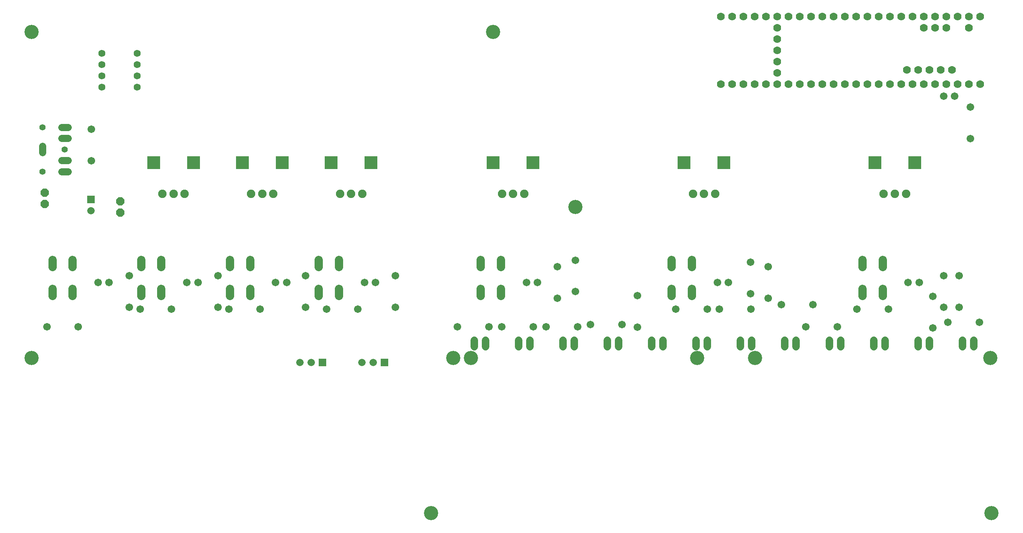
<source format=gbr>
G04 EAGLE Gerber RS-274X export*
G75*
%MOMM*%
%FSLAX34Y34*%
%LPD*%
%INSoldermask Top*%
%IPPOS*%
%AMOC8*
5,1,8,0,0,1.08239X$1,22.5*%
G01*
G04 Define Apertures*
%ADD10P,1.95198X8X112.5*%
%ADD11R,1.662800X1.662800*%
%ADD12C,1.662800*%
%ADD13C,1.612800*%
%ADD14C,1.403200*%
%ADD15C,1.662800*%
%ADD16C,1.712800*%
%ADD17C,1.912800*%
%ADD18R,3.003200X3.003200*%
%ADD19C,1.828800*%
%ADD20C,1.778000*%
%ADD21C,1.592800*%
%ADD22C,3.203200*%
D10*
X280000Y747300D03*
X280000Y772700D03*
X450000Y727300D03*
X450000Y752700D03*
D11*
X384300Y756900D03*
D12*
X384300Y731500D03*
D13*
X275000Y862952D02*
X275000Y877048D01*
X317952Y820000D02*
X332048Y820000D01*
X332048Y845000D02*
X317952Y845000D01*
X317952Y895000D02*
X332048Y895000D01*
X332048Y920000D02*
X317952Y920000D01*
D14*
X275000Y920000D03*
X325000Y870000D03*
X275000Y820000D03*
D15*
X1247300Y439596D02*
X1247300Y425000D01*
X1272700Y425000D02*
X1272700Y439596D01*
X2147300Y439596D02*
X2147300Y425000D01*
X2172700Y425000D02*
X2172700Y439596D01*
X2247300Y439596D02*
X2247300Y425000D01*
X2272700Y425000D02*
X2272700Y439596D01*
X2347300Y439596D02*
X2347300Y425000D01*
X2372700Y425000D02*
X2372700Y439596D01*
X1347300Y439596D02*
X1347300Y425000D01*
X1372700Y425000D02*
X1372700Y439596D01*
X1447300Y439596D02*
X1447300Y425000D01*
X1472700Y425000D02*
X1472700Y439596D01*
X1547300Y439596D02*
X1547300Y425000D01*
X1572700Y425000D02*
X1572700Y439596D01*
X1647300Y439596D02*
X1647300Y425000D01*
X1672700Y425000D02*
X1672700Y439596D01*
X1747300Y439596D02*
X1747300Y425000D01*
X1772700Y425000D02*
X1772700Y439596D01*
X1847300Y439596D02*
X1847300Y425000D01*
X1872700Y425000D02*
X1872700Y439596D01*
X1947300Y439596D02*
X1947300Y425000D01*
X1972700Y425000D02*
X1972700Y439596D01*
X2047300Y439596D02*
X2047300Y425000D01*
X2072700Y425000D02*
X2072700Y439596D01*
D16*
X284600Y470000D03*
X355400Y470000D03*
X1475000Y549600D03*
X1475000Y620400D03*
X1910000Y534600D03*
X1910000Y605400D03*
X2340000Y514600D03*
X2340000Y585400D03*
D12*
X854550Y390000D03*
X879950Y390000D03*
D11*
X905450Y390000D03*
D12*
X994550Y390000D03*
X1019950Y390000D03*
D11*
X1045450Y390000D03*
D16*
X1209600Y470000D03*
X1280400Y470000D03*
X1309600Y470000D03*
X1380400Y470000D03*
X1409600Y470000D03*
X1480400Y470000D03*
X1509600Y475000D03*
X1580400Y475000D03*
X1615000Y540400D03*
X1615000Y469600D03*
X494600Y510000D03*
X565400Y510000D03*
X1701672Y510000D03*
X1772472Y510000D03*
X1799600Y510000D03*
X1870400Y510000D03*
X1939600Y520000D03*
X2010400Y520000D03*
X1994600Y470000D03*
X2065400Y470000D03*
X2109600Y510000D03*
X2180400Y510000D03*
X2280600Y538774D03*
X2280600Y467974D03*
X2314600Y480000D03*
X2385400Y480000D03*
X694600Y510000D03*
X765400Y510000D03*
X385000Y915400D03*
X385000Y844600D03*
D17*
X545000Y770000D03*
X570000Y770000D03*
X595000Y770000D03*
D18*
X615000Y840000D03*
X525000Y840000D03*
D16*
X914600Y510000D03*
X985400Y510000D03*
D17*
X745000Y770000D03*
X770000Y770000D03*
X795000Y770000D03*
D18*
X815000Y840000D03*
X725000Y840000D03*
D17*
X945000Y770000D03*
X970000Y770000D03*
X995000Y770000D03*
D18*
X1015000Y840000D03*
X925000Y840000D03*
D17*
X1310000Y770000D03*
X1335000Y770000D03*
X1360000Y770000D03*
D18*
X1380000Y840000D03*
X1290000Y840000D03*
D17*
X1740000Y770000D03*
X1765000Y770000D03*
X1790000Y770000D03*
D18*
X1810000Y840000D03*
X1720000Y840000D03*
D17*
X2170000Y770000D03*
X2195000Y770000D03*
X2220000Y770000D03*
D18*
X2240000Y840000D03*
X2150000Y840000D03*
D19*
X297394Y555616D02*
X297394Y539360D01*
X342606Y539360D02*
X342606Y555616D01*
X297394Y604384D02*
X297394Y620640D01*
X342606Y620640D02*
X342606Y604384D01*
X497394Y555616D02*
X497394Y539360D01*
X542606Y539360D02*
X542606Y555616D01*
X497394Y604384D02*
X497394Y620640D01*
X542606Y620640D02*
X542606Y604384D01*
X697394Y555616D02*
X697394Y539360D01*
X742606Y539360D02*
X742606Y555616D01*
X697394Y604384D02*
X697394Y620640D01*
X742606Y620640D02*
X742606Y604384D01*
X897394Y555616D02*
X897394Y539360D01*
X942606Y539360D02*
X942606Y555616D01*
X897394Y604384D02*
X897394Y620640D01*
X942606Y620640D02*
X942606Y604384D01*
X1262394Y555616D02*
X1262394Y539360D01*
X1307606Y539360D02*
X1307606Y555616D01*
X1262394Y604384D02*
X1262394Y620640D01*
X1307606Y620640D02*
X1307606Y604384D01*
X1692394Y555616D02*
X1692394Y539360D01*
X1737606Y539360D02*
X1737606Y555616D01*
X1692394Y604384D02*
X1692394Y620640D01*
X1737606Y620640D02*
X1737606Y604384D01*
X2122394Y555616D02*
X2122394Y539360D01*
X2167606Y539360D02*
X2167606Y555616D01*
X2122394Y604384D02*
X2122394Y620640D01*
X2167606Y620640D02*
X2167606Y604384D01*
D20*
X2336274Y1017222D03*
X2310874Y1017222D03*
X2285474Y1017222D03*
X2260074Y1017222D03*
X2234674Y1017222D03*
X2209274Y1017222D03*
X2183874Y1017222D03*
X2158474Y1017222D03*
X2133074Y1017222D03*
X2107674Y1017222D03*
X2082274Y1017222D03*
X2056874Y1017222D03*
X2056874Y1169622D03*
X2082274Y1169622D03*
X2107674Y1169622D03*
X2133074Y1169622D03*
X2158474Y1169622D03*
X2183874Y1169622D03*
X2209274Y1169622D03*
X2234674Y1169622D03*
X2260074Y1169622D03*
X2285474Y1169622D03*
X2310874Y1169622D03*
X2361674Y1017222D03*
X2336274Y1169622D03*
X2361674Y1169622D03*
X2387074Y1017222D03*
X2387074Y1169622D03*
X2031474Y1017222D03*
X2031474Y1169622D03*
X2006074Y1017222D03*
X1980674Y1017222D03*
X1955274Y1017222D03*
X1929874Y1017222D03*
X1904474Y1017222D03*
X1879074Y1017222D03*
X1853674Y1017222D03*
X1828274Y1017222D03*
X1802874Y1017222D03*
X1802874Y1169622D03*
X1828274Y1169622D03*
X1853674Y1169622D03*
X1879074Y1169622D03*
X1904474Y1169622D03*
X1929874Y1169622D03*
X1955274Y1169622D03*
X1980674Y1169622D03*
X2006074Y1169622D03*
X1929874Y1042622D03*
X1929874Y1093422D03*
X1929874Y1118822D03*
X1929874Y1068022D03*
X1929874Y1144222D03*
X2361674Y1144222D03*
X2310874Y1144222D03*
X2285474Y1144222D03*
X2260074Y1144222D03*
X2323574Y1048972D03*
X2298174Y1048972D03*
X2272774Y1048972D03*
X2247374Y1048972D03*
X2221974Y1048972D03*
D21*
X488000Y1010300D03*
X488000Y1035700D03*
X488000Y1061100D03*
X488000Y1086500D03*
X408600Y1086500D03*
X408600Y1061100D03*
X408600Y1035700D03*
X408600Y1010300D03*
D16*
X600000Y570000D03*
X625000Y570000D03*
X670000Y514600D03*
X670000Y585400D03*
X400000Y570000D03*
X425000Y570000D03*
X470000Y514600D03*
X470000Y585400D03*
X800000Y570000D03*
X825000Y570000D03*
X867472Y514600D03*
X867472Y585400D03*
X1000000Y570000D03*
X1025000Y570000D03*
X1070000Y514600D03*
X1070000Y585400D03*
X1365000Y570000D03*
X1390000Y570000D03*
X1435000Y534600D03*
X1435000Y605400D03*
X1795000Y570000D03*
X1820000Y570000D03*
X1870000Y544600D03*
X1870000Y615400D03*
X2225000Y570000D03*
X2250000Y570000D03*
X2305000Y514600D03*
X2305000Y585400D03*
X2305000Y990000D03*
X2330000Y990000D03*
X2365000Y894600D03*
X2365000Y965400D03*
D22*
X1200000Y400000D03*
X1240000Y400000D03*
X1750000Y400000D03*
X2410000Y400000D03*
X1880000Y400000D03*
X2412968Y50000D03*
X1150000Y50000D03*
X250000Y1135000D03*
X1290000Y1135000D03*
X250000Y400000D03*
X1475000Y740000D03*
M02*

</source>
